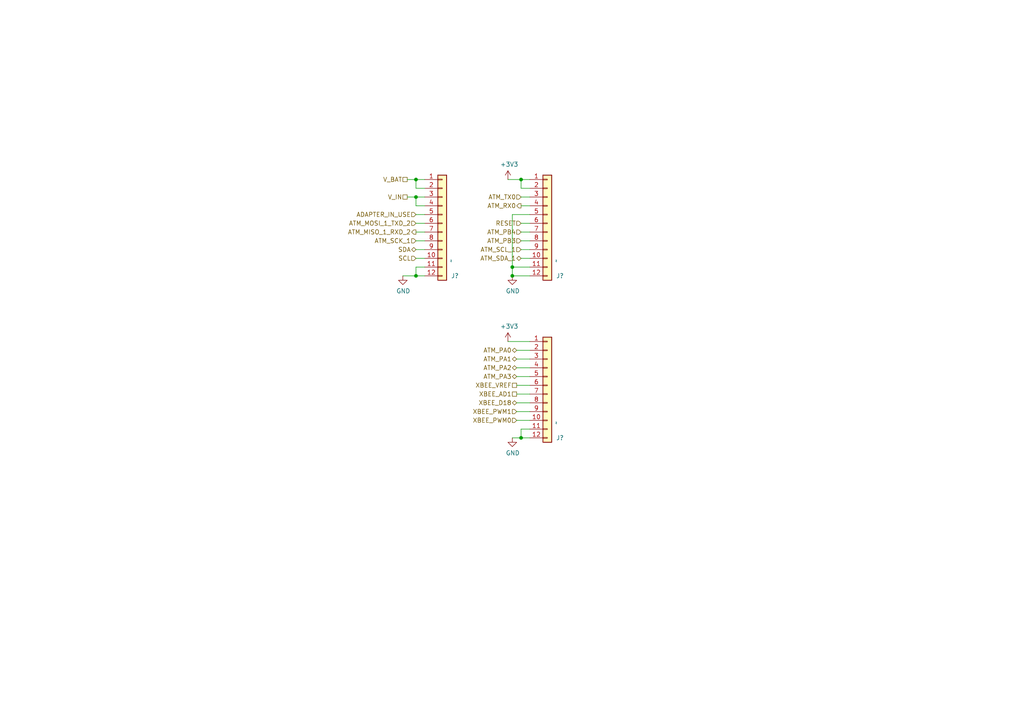
<source format=kicad_sch>
(kicad_sch (version 20211123) (generator eeschema)
  (paper "A4")
  (lib_symbols
    (symbol "Connector_Generic:Conn_01x12" (pin_names (offset 1.016) hide)
      (property "Reference" "J" (at 0 15.24 0))
      (property "Value" "Conn_01x12" (at 0 -17.78 0))
      (symbol "Conn_01x12_1_1"
        (rectangle (start -1.27 -15.113) (end 0 -15.367) (stroke (width 0.1524)))
        (rectangle (start -1.27 -12.573) (end 0 -12.827) (stroke (width 0.1524)))
        (rectangle (start -1.27 -10.033) (end 0 -10.287) (stroke (width 0.1524)))
        (rectangle (start -1.27 -7.493) (end 0 -7.747) (stroke (width 0.1524)))
        (rectangle (start -1.27 -4.953) (end 0 -5.207) (stroke (width 0.1524)))
        (rectangle (start -1.27 -2.413) (end 0 -2.667) (stroke (width 0.1524)))
        (rectangle (start -1.27 0.127) (end 0 -0.127) (stroke (width 0.1524)))
        (rectangle (start -1.27 2.667) (end 0 2.413) (stroke (width 0.1524)))
        (rectangle (start -1.27 5.207) (end 0 4.953) (stroke (width 0.1524)))
        (rectangle (start -1.27 7.747) (end 0 7.493) (stroke (width 0.1524)))
        (rectangle (start -1.27 10.287) (end 0 10.033) (stroke (width 0.1524)))
        (rectangle (start -1.27 12.827) (end 0 12.573) (stroke (width 0.1524)))
        (rectangle (start -1.27 13.97) (end 1.27 -16.51) (stroke (width 0.254)) (fill (type background)))
        (pin passive line (at -5.08 12.7 0) (length 3.81) (name "Pin_1") (number "1"))
        (pin passive line (at -5.08 -10.16 0) (length 3.81) (name "Pin_10") (number "10"))
        (pin passive line (at -5.08 -12.7 0) (length 3.81) (name "Pin_11") (number "11"))
        (pin passive line (at -5.08 -15.24 0) (length 3.81) (name "Pin_12") (number "12"))
        (pin passive line (at -5.08 10.16 0) (length 3.81) (name "Pin_2") (number "2"))
        (pin passive line (at -5.08 7.62 0) (length 3.81) (name "Pin_3") (number "3"))
        (pin passive line (at -5.08 5.08 0) (length 3.81) (name "Pin_4") (number "4"))
        (pin passive line (at -5.08 2.54 0) (length 3.81) (name "Pin_5") (number "5"))
        (pin passive line (at -5.08 0 0) (length 3.81) (name "Pin_6") (number "6"))
        (pin passive line (at -5.08 -2.54 0) (length 3.81) (name "Pin_7") (number "7"))
        (pin passive line (at -5.08 -5.08 0) (length 3.81) (name "Pin_8") (number "8"))
        (pin passive line (at -5.08 -7.62 0) (length 3.81) (name "Pin_9") (number "9"))
      )
    )
    (symbol "power:+3.3V" (power) (pin_names (offset 0))
      (property "Value" "+3.3V" (at 0 3.556 0))
      (symbol "+3.3V_0_1"
        (polyline (pts (xy -0.762 1.27) (xy 0 2.54)))
        (polyline (pts (xy 0 0) (xy 0 2.54)))
        (polyline (pts (xy 0 2.54) (xy 0.762 1.27)))
      )
      (symbol "+3.3V_1_1"
        (pin power_in line (at 0 0 90) (length 0) hide (name "+3V3") (number "1"))
      )
    )
    (symbol "power:GND" (power) (pin_names (offset 0))
      (property "Value" "GND" (at 0 -3.81 0))
      (symbol "GND_0_1"
        (polyline (pts (xy 0 0) (xy 0 -1.27) (xy 1.27 -1.27) (xy 0 -2.54) (xy -1.27 -1.27) (xy 0 -1.27)))
      )
      (symbol "GND_1_1"
        (pin power_in line (at 0 0 270) (length 0) hide (name "GND") (number "1"))
      )
    )
  )
  (junction (at 148.59 80.01))
  (junction (at 120.65 52.07))
  (junction (at 120.65 57.15))
  (junction (at 151.13 127))
  (junction (at 148.59 77.47))
  (junction (at 120.65 80.01))
  (junction (at 151.13 52.07))
  (wire (pts (xy 120.65 52.07) (xy 120.65 54.61)))
  (wire (pts (xy 149.86 121.92) (xy 153.67 121.92)))
  (wire (pts (xy 123.19 59.69) (xy 120.65 59.69)))
  (wire (pts (xy 123.19 77.47) (xy 120.65 77.47)))
  (wire (pts (xy 147.32 99.06) (xy 153.67 99.06)))
  (wire (pts (xy 151.13 72.39) (xy 153.67 72.39)))
  (wire (pts (xy 120.65 62.23) (xy 123.19 62.23)))
  (wire (pts (xy 148.59 77.47) (xy 148.59 80.01)))
  (wire (pts (xy 123.19 69.85) (xy 120.65 69.85)))
  (wire (pts (xy 123.19 74.93) (xy 120.65 74.93)))
  (wire (pts (xy 148.59 62.23) (xy 148.59 77.47)))
  (wire (pts (xy 151.13 64.77) (xy 153.67 64.77)))
  (wire (pts (xy 120.65 72.39) (xy 123.19 72.39)))
  (wire (pts (xy 120.65 80.01) (xy 123.19 80.01)))
  (wire (pts (xy 153.67 77.47) (xy 148.59 77.47)))
  (wire (pts (xy 123.19 54.61) (xy 120.65 54.61)))
  (wire (pts (xy 149.86 104.14) (xy 153.67 104.14)))
  (wire (pts (xy 153.67 62.23) (xy 148.59 62.23)))
  (wire (pts (xy 149.86 116.84) (xy 153.67 116.84)))
  (wire (pts (xy 149.86 101.6) (xy 153.67 101.6)))
  (wire (pts (xy 116.84 80.01) (xy 120.65 80.01)))
  (wire (pts (xy 151.13 54.61) (xy 151.13 52.07)))
  (wire (pts (xy 153.67 109.22) (xy 149.86 109.22)))
  (wire (pts (xy 149.86 114.3) (xy 153.67 114.3)))
  (wire (pts (xy 120.65 77.47) (xy 120.65 80.01)))
  (wire (pts (xy 151.13 57.15) (xy 153.67 57.15)))
  (wire (pts (xy 148.59 127) (xy 151.13 127)))
  (wire (pts (xy 151.13 127) (xy 153.67 127)))
  (wire (pts (xy 123.19 64.77) (xy 120.65 64.77)))
  (wire (pts (xy 120.65 57.15) (xy 123.19 57.15)))
  (wire (pts (xy 149.86 106.68) (xy 153.67 106.68)))
  (wire (pts (xy 120.65 67.31) (xy 123.19 67.31)))
  (wire (pts (xy 151.13 52.07) (xy 153.67 52.07)))
  (wire (pts (xy 151.13 124.46) (xy 151.13 127)))
  (wire (pts (xy 153.67 59.69) (xy 151.13 59.69)))
  (wire (pts (xy 147.32 52.07) (xy 151.13 52.07)))
  (wire (pts (xy 118.11 57.15) (xy 120.65 57.15)))
  (wire (pts (xy 153.67 54.61) (xy 151.13 54.61)))
  (wire (pts (xy 153.67 67.31) (xy 151.13 67.31)))
  (wire (pts (xy 153.67 119.38) (xy 149.86 119.38)))
  (wire (pts (xy 151.13 69.85) (xy 153.67 69.85)))
  (wire (pts (xy 148.59 80.01) (xy 153.67 80.01)))
  (wire (pts (xy 153.67 74.93) (xy 151.13 74.93)))
  (wire (pts (xy 153.67 111.76) (xy 149.86 111.76)))
  (wire (pts (xy 118.11 52.07) (xy 120.65 52.07)))
  (wire (pts (xy 151.13 124.46) (xy 153.67 124.46)))
  (wire (pts (xy 120.65 59.69) (xy 120.65 57.15)))
  (wire (pts (xy 120.65 52.07) (xy 123.19 52.07)))
  (hierarchical_label "XBEE_AD1" (shape passive) (at 149.86 114.3 180))
  (hierarchical_label "XBEE_VREF" (shape passive) (at 149.86 111.76 180))
  (hierarchical_label "ATM_PA1" (shape tri_state) (at 149.86 104.14 180))
  (hierarchical_label "ATM_PB3" (shape input) (at 151.13 69.85 180))
  (hierarchical_label "ATM_RX0" (shape output) (at 151.13 59.69 180))
  (hierarchical_label "ATM_MOSI_1_TXD_2" (shape input) (at 120.65 64.77 180))
  (hierarchical_label "XBEE_PWM0" (shape input) (at 149.86 121.92 180))
  (hierarchical_label "XBEE_D18" (shape bidirectional) (at 149.86 116.84 180))
  (hierarchical_label "ATM_SCL_1" (shape input) (at 151.13 72.39 180))
  (hierarchical_label "ATM_TX0" (shape input) (at 151.13 57.15 180))
  (hierarchical_label "V_BAT" (shape passive) (at 118.11 52.07 180))
  (hierarchical_label "V_IN" (shape passive) (at 118.11 57.15 180))
  (hierarchical_label "ATM_PB4" (shape input) (at 151.13 67.31 180))
  (hierarchical_label "RESET" (shape input) (at 151.13 64.77 180))
  (hierarchical_label "SCL" (shape input) (at 120.65 74.93 180))
  (hierarchical_label "ATM_MISO_1_RXD_2" (shape output) (at 120.65 67.31 180))
  (hierarchical_label "ATM_PA3" (shape tri_state) (at 149.86 109.22 180))
  (hierarchical_label "ATM_PA2" (shape tri_state) (at 149.86 106.68 180))
  (hierarchical_label "ATM_SCK_1" (shape input) (at 120.65 69.85 180))
  (hierarchical_label "ATM_SDA_1" (shape bidirectional) (at 151.13 74.93 180))
  (hierarchical_label "XBEE_PWM1" (shape input) (at 149.86 119.38 180))
  (hierarchical_label "ATM_PA0" (shape tri_state) (at 149.86 101.6 180))
  (hierarchical_label "SDA" (shape bidirectional) (at 120.65 72.39 180))
  (hierarchical_label "ADAPTER_IN_USE" (shape input) (at 120.65 62.23 180))
  (symbol (lib_id "Connector_Generic:Conn_01x12") (at 128.27 64.77 0) (unit 1)
    (property "Reference" "J?" (at 130.81 80.01 0) (effects (justify left)))
    (property "Value" "~" (at 130.81 76.2 90) (effects (justify left)))
  )
  (symbol (lib_id "Connector_Generic:Conn_01x12") (at 158.75 64.77 0) (unit 1)
    (property "Reference" "J?" (at 161.29 80.01 0) (effects (justify left)))
    (property "Value" "~" (at 161.29 76.2 90) (effects (justify left)))
  )
  (symbol (lib_id "Connector_Generic:Conn_01x12") (at 158.75 111.76 0) (unit 1)
    (property "Reference" "J?" (at 161.29 127 0) (effects (justify left)))
    (property "Value" "~" (at 161.29 123.19 90) (effects (justify left)))
  )
  (symbol (lib_id "power:GND") (at 116.84 80.01 0) (unit 1)
    (property "Reference" "#PWR?" (effects hide))
    (property "Value" "~" (at 116.967 84.4042 0))
  )
  (symbol (lib_id "power:GND") (at 148.59 127 0) (unit 1)
    (property "Reference" "#PWR?" (effects hide))
    (property "Value" "~" (at 148.717 131.3942 0))
  )
  (symbol (lib_id "power:+3.3V") (at 147.32 99.06 0) (unit 1)
    (property "Reference" "#PWR?" (effects hide))
    (property "Value" "~" (at 147.701 94.6658 0))
  )
  (symbol (lib_id "power:GND") (at 148.59 80.01 0) (unit 1)
    (property "Reference" "#PWR?" (effects hide))
    (property "Value" "~" (at 148.717 84.4042 0))
  )
  (symbol (lib_id "power:+3.3V") (at 147.32 52.07 0) (unit 1)
    (property "Reference" "#PWR?" (effects hide))
    (property "Value" "~" (at 147.701 47.6758 0))
  )
)
</source>
